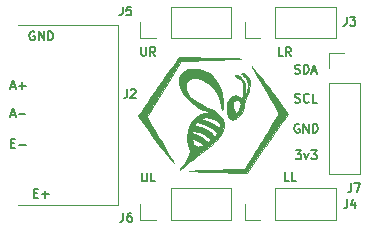
<source format=gto>
G04 #@! TF.GenerationSoftware,KiCad,Pcbnew,5.1.5+dfsg1-2build2*
G04 #@! TF.CreationDate,2023-02-08T22:02:59+01:00*
G04 #@! TF.ProjectId,EcoApi_loadCellCombinator,45636f41-7069-45f6-9c6f-616443656c6c,rev?*
G04 #@! TF.SameCoordinates,Original*
G04 #@! TF.FileFunction,Legend,Top*
G04 #@! TF.FilePolarity,Positive*
%FSLAX46Y46*%
G04 Gerber Fmt 4.6, Leading zero omitted, Abs format (unit mm)*
G04 Created by KiCad (PCBNEW 5.1.5+dfsg1-2build2) date 2023-02-08 22:02:59*
%MOMM*%
%LPD*%
G04 APERTURE LIST*
%ADD10C,0.150000*%
%ADD11C,0.010000*%
%ADD12C,0.100000*%
%ADD13C,0.120000*%
%ADD14C,0.187500*%
%ADD15C,3.452000*%
%ADD16C,1.405000*%
%ADD17C,1.752000*%
%ADD18R,1.752000X1.752000*%
%ADD19O,1.802000X1.802000*%
%ADD20R,1.802000X1.802000*%
G04 APERTURE END LIST*
D10*
X166708571Y-89465000D02*
X166637142Y-89429285D01*
X166530000Y-89429285D01*
X166422857Y-89465000D01*
X166351428Y-89536428D01*
X166315714Y-89607857D01*
X166280000Y-89750714D01*
X166280000Y-89857857D01*
X166315714Y-90000714D01*
X166351428Y-90072142D01*
X166422857Y-90143571D01*
X166530000Y-90179285D01*
X166601428Y-90179285D01*
X166708571Y-90143571D01*
X166744285Y-90107857D01*
X166744285Y-89857857D01*
X166601428Y-89857857D01*
X167065714Y-90179285D02*
X167065714Y-89429285D01*
X167494285Y-90179285D01*
X167494285Y-89429285D01*
X167851428Y-90179285D02*
X167851428Y-89429285D01*
X168030000Y-89429285D01*
X168137142Y-89465000D01*
X168208571Y-89536428D01*
X168244285Y-89607857D01*
X168280000Y-89750714D01*
X168280000Y-89857857D01*
X168244285Y-90000714D01*
X168208571Y-90072142D01*
X168137142Y-90143571D01*
X168030000Y-90179285D01*
X167851428Y-90179285D01*
X164727142Y-94105000D02*
X165084285Y-94105000D01*
X164655714Y-94319285D02*
X164905714Y-93569285D01*
X165155714Y-94319285D01*
X165405714Y-94033571D02*
X165977142Y-94033571D01*
X165691428Y-94319285D02*
X165691428Y-93747857D01*
X164687142Y-96485000D02*
X165044285Y-96485000D01*
X164615714Y-96699285D02*
X164865714Y-95949285D01*
X165115714Y-96699285D01*
X165365714Y-96413571D02*
X165937142Y-96413571D01*
X164705000Y-98906428D02*
X164955000Y-98906428D01*
X165062142Y-99299285D02*
X164705000Y-99299285D01*
X164705000Y-98549285D01*
X165062142Y-98549285D01*
X165383571Y-99013571D02*
X165955000Y-99013571D01*
X166665000Y-103106428D02*
X166915000Y-103106428D01*
X167022142Y-103499285D02*
X166665000Y-103499285D01*
X166665000Y-102749285D01*
X167022142Y-102749285D01*
X167343571Y-103213571D02*
X167915000Y-103213571D01*
X167629285Y-103499285D02*
X167629285Y-102927857D01*
X188759285Y-92973571D02*
X188866428Y-93009285D01*
X189045000Y-93009285D01*
X189116428Y-92973571D01*
X189152142Y-92937857D01*
X189187857Y-92866428D01*
X189187857Y-92795000D01*
X189152142Y-92723571D01*
X189116428Y-92687857D01*
X189045000Y-92652142D01*
X188902142Y-92616428D01*
X188830714Y-92580714D01*
X188795000Y-92545000D01*
X188759285Y-92473571D01*
X188759285Y-92402142D01*
X188795000Y-92330714D01*
X188830714Y-92295000D01*
X188902142Y-92259285D01*
X189080714Y-92259285D01*
X189187857Y-92295000D01*
X189509285Y-93009285D02*
X189509285Y-92259285D01*
X189687857Y-92259285D01*
X189795000Y-92295000D01*
X189866428Y-92366428D01*
X189902142Y-92437857D01*
X189937857Y-92580714D01*
X189937857Y-92687857D01*
X189902142Y-92830714D01*
X189866428Y-92902142D01*
X189795000Y-92973571D01*
X189687857Y-93009285D01*
X189509285Y-93009285D01*
X190223571Y-92795000D02*
X190580714Y-92795000D01*
X190152142Y-93009285D02*
X190402142Y-92259285D01*
X190652142Y-93009285D01*
X188777142Y-95413571D02*
X188884285Y-95449285D01*
X189062857Y-95449285D01*
X189134285Y-95413571D01*
X189170000Y-95377857D01*
X189205714Y-95306428D01*
X189205714Y-95235000D01*
X189170000Y-95163571D01*
X189134285Y-95127857D01*
X189062857Y-95092142D01*
X188920000Y-95056428D01*
X188848571Y-95020714D01*
X188812857Y-94985000D01*
X188777142Y-94913571D01*
X188777142Y-94842142D01*
X188812857Y-94770714D01*
X188848571Y-94735000D01*
X188920000Y-94699285D01*
X189098571Y-94699285D01*
X189205714Y-94735000D01*
X189955714Y-95377857D02*
X189920000Y-95413571D01*
X189812857Y-95449285D01*
X189741428Y-95449285D01*
X189634285Y-95413571D01*
X189562857Y-95342142D01*
X189527142Y-95270714D01*
X189491428Y-95127857D01*
X189491428Y-95020714D01*
X189527142Y-94877857D01*
X189562857Y-94806428D01*
X189634285Y-94735000D01*
X189741428Y-94699285D01*
X189812857Y-94699285D01*
X189920000Y-94735000D01*
X189955714Y-94770714D01*
X190634285Y-95449285D02*
X190277142Y-95449285D01*
X190277142Y-94699285D01*
X189128571Y-97285000D02*
X189057142Y-97249285D01*
X188950000Y-97249285D01*
X188842857Y-97285000D01*
X188771428Y-97356428D01*
X188735714Y-97427857D01*
X188700000Y-97570714D01*
X188700000Y-97677857D01*
X188735714Y-97820714D01*
X188771428Y-97892142D01*
X188842857Y-97963571D01*
X188950000Y-97999285D01*
X189021428Y-97999285D01*
X189128571Y-97963571D01*
X189164285Y-97927857D01*
X189164285Y-97677857D01*
X189021428Y-97677857D01*
X189485714Y-97999285D02*
X189485714Y-97249285D01*
X189914285Y-97999285D01*
X189914285Y-97249285D01*
X190271428Y-97999285D02*
X190271428Y-97249285D01*
X190450000Y-97249285D01*
X190557142Y-97285000D01*
X190628571Y-97356428D01*
X190664285Y-97427857D01*
X190700000Y-97570714D01*
X190700000Y-97677857D01*
X190664285Y-97820714D01*
X190628571Y-97892142D01*
X190557142Y-97963571D01*
X190450000Y-97999285D01*
X190271428Y-97999285D01*
X188847142Y-99499285D02*
X189311428Y-99499285D01*
X189061428Y-99785000D01*
X189168571Y-99785000D01*
X189240000Y-99820714D01*
X189275714Y-99856428D01*
X189311428Y-99927857D01*
X189311428Y-100106428D01*
X189275714Y-100177857D01*
X189240000Y-100213571D01*
X189168571Y-100249285D01*
X188954285Y-100249285D01*
X188882857Y-100213571D01*
X188847142Y-100177857D01*
X189561428Y-99749285D02*
X189740000Y-100249285D01*
X189918571Y-99749285D01*
X190132857Y-99499285D02*
X190597142Y-99499285D01*
X190347142Y-99785000D01*
X190454285Y-99785000D01*
X190525714Y-99820714D01*
X190561428Y-99856428D01*
X190597142Y-99927857D01*
X190597142Y-100106428D01*
X190561428Y-100177857D01*
X190525714Y-100213571D01*
X190454285Y-100249285D01*
X190240000Y-100249285D01*
X190168571Y-100213571D01*
X190132857Y-100177857D01*
X188268571Y-102069285D02*
X187911428Y-102069285D01*
X187911428Y-101319285D01*
X188875714Y-102069285D02*
X188518571Y-102069285D01*
X188518571Y-101319285D01*
X175812142Y-101379285D02*
X175812142Y-101986428D01*
X175847857Y-102057857D01*
X175883571Y-102093571D01*
X175955000Y-102129285D01*
X176097857Y-102129285D01*
X176169285Y-102093571D01*
X176205000Y-102057857D01*
X176240714Y-101986428D01*
X176240714Y-101379285D01*
X176955000Y-102129285D02*
X176597857Y-102129285D01*
X176597857Y-101379285D01*
X187757142Y-91509285D02*
X187400000Y-91509285D01*
X187400000Y-90759285D01*
X188435714Y-91509285D02*
X188185714Y-91152142D01*
X188007142Y-91509285D02*
X188007142Y-90759285D01*
X188292857Y-90759285D01*
X188364285Y-90795000D01*
X188400000Y-90830714D01*
X188435714Y-90902142D01*
X188435714Y-91009285D01*
X188400000Y-91080714D01*
X188364285Y-91116428D01*
X188292857Y-91152142D01*
X188007142Y-91152142D01*
X175740714Y-90749285D02*
X175740714Y-91356428D01*
X175776428Y-91427857D01*
X175812142Y-91463571D01*
X175883571Y-91499285D01*
X176026428Y-91499285D01*
X176097857Y-91463571D01*
X176133571Y-91427857D01*
X176169285Y-91356428D01*
X176169285Y-90749285D01*
X176955000Y-91499285D02*
X176705000Y-91142142D01*
X176526428Y-91499285D02*
X176526428Y-90749285D01*
X176812142Y-90749285D01*
X176883571Y-90785000D01*
X176919285Y-90820714D01*
X176955000Y-90892142D01*
X176955000Y-90999285D01*
X176919285Y-91070714D01*
X176883571Y-91106428D01*
X176812142Y-91142142D01*
X176526428Y-91142142D01*
D11*
G36*
X184359818Y-92958781D02*
G01*
X184567462Y-93041332D01*
X184735634Y-93193242D01*
X184858422Y-93406134D01*
X184929916Y-93671634D01*
X184942359Y-93783947D01*
X184943858Y-94003376D01*
X184914192Y-94231966D01*
X184849401Y-94485973D01*
X184745521Y-94781656D01*
X184631621Y-95059112D01*
X184535760Y-95294917D01*
X184474248Y-95481738D01*
X184440038Y-95644445D01*
X184427259Y-95780452D01*
X184371842Y-96097731D01*
X184242704Y-96379438D01*
X184045833Y-96616332D01*
X183787216Y-96799172D01*
X183757135Y-96814653D01*
X183615256Y-96882715D01*
X183520984Y-96913639D01*
X183446641Y-96909021D01*
X183364546Y-96870456D01*
X183313976Y-96840181D01*
X183201853Y-96727170D01*
X183113048Y-96550447D01*
X183049468Y-96328214D01*
X183013019Y-96078672D01*
X183005605Y-95820022D01*
X183021963Y-95646513D01*
X183514343Y-95646513D01*
X183532698Y-95893163D01*
X183582201Y-96092837D01*
X183658574Y-96230371D01*
X183686657Y-96257710D01*
X183764076Y-96306863D01*
X183829178Y-96297478D01*
X183867964Y-96274177D01*
X183937673Y-96202891D01*
X184017163Y-96086362D01*
X184057365Y-96013042D01*
X184133716Y-95811013D01*
X184164124Y-95616075D01*
X184148314Y-95448003D01*
X184086011Y-95326573D01*
X184067147Y-95308973D01*
X183928621Y-95239140D01*
X183785135Y-95252401D01*
X183643581Y-95339597D01*
X183560175Y-95423510D01*
X183522585Y-95513166D01*
X183514343Y-95646513D01*
X183021963Y-95646513D01*
X183029133Y-95570467D01*
X183085507Y-95348207D01*
X183144407Y-95220529D01*
X183153849Y-95208834D01*
X184402333Y-95208834D01*
X184423500Y-95230000D01*
X184444666Y-95208834D01*
X184423500Y-95187667D01*
X184402333Y-95208834D01*
X183153849Y-95208834D01*
X183270656Y-95064165D01*
X183436344Y-94939207D01*
X183613969Y-94863453D01*
X183718558Y-94849000D01*
X183879890Y-94880442D01*
X184051767Y-94962442D01*
X184195735Y-95076506D01*
X184199077Y-95080076D01*
X184304288Y-95193541D01*
X184353310Y-94896699D01*
X184400779Y-94497995D01*
X184399242Y-94163845D01*
X184347220Y-93888736D01*
X184243235Y-93667153D01*
X184085809Y-93493582D01*
X183952817Y-93403157D01*
X183800976Y-93312433D01*
X183716931Y-93246582D01*
X183691427Y-93195386D01*
X183715208Y-93148626D01*
X183718863Y-93144870D01*
X183796775Y-93121426D01*
X183916179Y-93144545D01*
X184054228Y-93205757D01*
X184188074Y-93296589D01*
X184230473Y-93334562D01*
X184404174Y-93561974D01*
X184513435Y-93843318D01*
X184557993Y-94177298D01*
X184537583Y-94562618D01*
X184513079Y-94720345D01*
X184485542Y-94883562D01*
X184467574Y-95011622D01*
X184461837Y-95084478D01*
X184463521Y-95093633D01*
X184489237Y-95071776D01*
X184530151Y-94985684D01*
X184580493Y-94853147D01*
X184634493Y-94691958D01*
X184686379Y-94519911D01*
X184730380Y-94354797D01*
X184760726Y-94214409D01*
X184770066Y-94148513D01*
X184772493Y-93859174D01*
X184715365Y-93615797D01*
X184591151Y-93401339D01*
X184392323Y-93198757D01*
X184326927Y-93145498D01*
X184257344Y-93068079D01*
X184233000Y-93002623D01*
X184251302Y-92956476D01*
X184320040Y-92951897D01*
X184359818Y-92958781D01*
G37*
X184359818Y-92958781D02*
X184567462Y-93041332D01*
X184735634Y-93193242D01*
X184858422Y-93406134D01*
X184929916Y-93671634D01*
X184942359Y-93783947D01*
X184943858Y-94003376D01*
X184914192Y-94231966D01*
X184849401Y-94485973D01*
X184745521Y-94781656D01*
X184631621Y-95059112D01*
X184535760Y-95294917D01*
X184474248Y-95481738D01*
X184440038Y-95644445D01*
X184427259Y-95780452D01*
X184371842Y-96097731D01*
X184242704Y-96379438D01*
X184045833Y-96616332D01*
X183787216Y-96799172D01*
X183757135Y-96814653D01*
X183615256Y-96882715D01*
X183520984Y-96913639D01*
X183446641Y-96909021D01*
X183364546Y-96870456D01*
X183313976Y-96840181D01*
X183201853Y-96727170D01*
X183113048Y-96550447D01*
X183049468Y-96328214D01*
X183013019Y-96078672D01*
X183005605Y-95820022D01*
X183021963Y-95646513D01*
X183514343Y-95646513D01*
X183532698Y-95893163D01*
X183582201Y-96092837D01*
X183658574Y-96230371D01*
X183686657Y-96257710D01*
X183764076Y-96306863D01*
X183829178Y-96297478D01*
X183867964Y-96274177D01*
X183937673Y-96202891D01*
X184017163Y-96086362D01*
X184057365Y-96013042D01*
X184133716Y-95811013D01*
X184164124Y-95616075D01*
X184148314Y-95448003D01*
X184086011Y-95326573D01*
X184067147Y-95308973D01*
X183928621Y-95239140D01*
X183785135Y-95252401D01*
X183643581Y-95339597D01*
X183560175Y-95423510D01*
X183522585Y-95513166D01*
X183514343Y-95646513D01*
X183021963Y-95646513D01*
X183029133Y-95570467D01*
X183085507Y-95348207D01*
X183144407Y-95220529D01*
X183153849Y-95208834D01*
X184402333Y-95208834D01*
X184423500Y-95230000D01*
X184444666Y-95208834D01*
X184423500Y-95187667D01*
X184402333Y-95208834D01*
X183153849Y-95208834D01*
X183270656Y-95064165D01*
X183436344Y-94939207D01*
X183613969Y-94863453D01*
X183718558Y-94849000D01*
X183879890Y-94880442D01*
X184051767Y-94962442D01*
X184195735Y-95076506D01*
X184199077Y-95080076D01*
X184304288Y-95193541D01*
X184353310Y-94896699D01*
X184400779Y-94497995D01*
X184399242Y-94163845D01*
X184347220Y-93888736D01*
X184243235Y-93667153D01*
X184085809Y-93493582D01*
X183952817Y-93403157D01*
X183800976Y-93312433D01*
X183716931Y-93246582D01*
X183691427Y-93195386D01*
X183715208Y-93148626D01*
X183718863Y-93144870D01*
X183796775Y-93121426D01*
X183916179Y-93144545D01*
X184054228Y-93205757D01*
X184188074Y-93296589D01*
X184230473Y-93334562D01*
X184404174Y-93561974D01*
X184513435Y-93843318D01*
X184557993Y-94177298D01*
X184537583Y-94562618D01*
X184513079Y-94720345D01*
X184485542Y-94883562D01*
X184467574Y-95011622D01*
X184461837Y-95084478D01*
X184463521Y-95093633D01*
X184489237Y-95071776D01*
X184530151Y-94985684D01*
X184580493Y-94853147D01*
X184634493Y-94691958D01*
X184686379Y-94519911D01*
X184730380Y-94354797D01*
X184760726Y-94214409D01*
X184770066Y-94148513D01*
X184772493Y-93859174D01*
X184715365Y-93615797D01*
X184591151Y-93401339D01*
X184392323Y-93198757D01*
X184326927Y-93145498D01*
X184257344Y-93068079D01*
X184233000Y-93002623D01*
X184251302Y-92956476D01*
X184320040Y-92951897D01*
X184359818Y-92958781D01*
G36*
X179541254Y-91604577D02*
G01*
X179802286Y-91609015D01*
X180125288Y-91616371D01*
X180516629Y-91626676D01*
X180982679Y-91639960D01*
X181275862Y-91648627D01*
X181720579Y-91661716D01*
X182148668Y-91673970D01*
X182550986Y-91685150D01*
X182918390Y-91695019D01*
X183241736Y-91703337D01*
X183511882Y-91709866D01*
X183719684Y-91714368D01*
X183856001Y-91716605D01*
X183890805Y-91716810D01*
X184037604Y-91719493D01*
X184140824Y-91727026D01*
X184181720Y-91737895D01*
X184180883Y-91740227D01*
X184134806Y-91746764D01*
X184013017Y-91755586D01*
X183824429Y-91766268D01*
X183577954Y-91778384D01*
X183282505Y-91791509D01*
X182946992Y-91805216D01*
X182580329Y-91819079D01*
X182385245Y-91826036D01*
X181969491Y-91840672D01*
X181549164Y-91855666D01*
X181138758Y-91870488D01*
X180752764Y-91884607D01*
X180405677Y-91897492D01*
X180111989Y-91908612D01*
X179886193Y-91917438D01*
X179858381Y-91918559D01*
X179103262Y-91949167D01*
X177667631Y-94295786D01*
X177420002Y-94700988D01*
X177185891Y-95084920D01*
X176968980Y-95441490D01*
X176772948Y-95764608D01*
X176601476Y-96048184D01*
X176458244Y-96286127D01*
X176346932Y-96472346D01*
X176271221Y-96600752D01*
X176234790Y-96665253D01*
X176232000Y-96671640D01*
X176252902Y-96710896D01*
X176312392Y-96814704D01*
X176405647Y-96974926D01*
X176527841Y-97183424D01*
X176674150Y-97432060D01*
X176839750Y-97712698D01*
X177019817Y-98017198D01*
X177209525Y-98337424D01*
X177404050Y-98665238D01*
X177598569Y-98992501D01*
X177788257Y-99311076D01*
X177968289Y-99612826D01*
X178133841Y-99889612D01*
X178280088Y-100133297D01*
X178402206Y-100335743D01*
X178483084Y-100468750D01*
X178532658Y-100556250D01*
X178551797Y-100603587D01*
X178550064Y-100606334D01*
X178518718Y-100575582D01*
X178441408Y-100489854D01*
X178326700Y-100358942D01*
X178183162Y-100192634D01*
X178019361Y-100000724D01*
X177994424Y-99971337D01*
X177842892Y-99787618D01*
X177651658Y-99547816D01*
X177430453Y-99264582D01*
X177189012Y-98950569D01*
X176937068Y-98618427D01*
X176684355Y-98280808D01*
X176460113Y-97977012D01*
X175464269Y-96617683D01*
X175631024Y-96378925D01*
X175684301Y-96302222D01*
X175781016Y-96162532D01*
X175916535Y-95966563D01*
X176086223Y-95721023D01*
X176285448Y-95432620D01*
X176509574Y-95108063D01*
X176753968Y-94754061D01*
X177013997Y-94377322D01*
X177285025Y-93984555D01*
X177331175Y-93917667D01*
X177599511Y-93529083D01*
X177854618Y-93160321D01*
X178092279Y-92817431D01*
X178308279Y-92506464D01*
X178498401Y-92233472D01*
X178658430Y-92004506D01*
X178784149Y-91825618D01*
X178871343Y-91702859D01*
X178915796Y-91642279D01*
X178919730Y-91637567D01*
X178942704Y-91625121D01*
X178989430Y-91615414D01*
X179066279Y-91608476D01*
X179179620Y-91604338D01*
X179335821Y-91603028D01*
X179541254Y-91604577D01*
G37*
X179541254Y-91604577D02*
X179802286Y-91609015D01*
X180125288Y-91616371D01*
X180516629Y-91626676D01*
X180982679Y-91639960D01*
X181275862Y-91648627D01*
X181720579Y-91661716D01*
X182148668Y-91673970D01*
X182550986Y-91685150D01*
X182918390Y-91695019D01*
X183241736Y-91703337D01*
X183511882Y-91709866D01*
X183719684Y-91714368D01*
X183856001Y-91716605D01*
X183890805Y-91716810D01*
X184037604Y-91719493D01*
X184140824Y-91727026D01*
X184181720Y-91737895D01*
X184180883Y-91740227D01*
X184134806Y-91746764D01*
X184013017Y-91755586D01*
X183824429Y-91766268D01*
X183577954Y-91778384D01*
X183282505Y-91791509D01*
X182946992Y-91805216D01*
X182580329Y-91819079D01*
X182385245Y-91826036D01*
X181969491Y-91840672D01*
X181549164Y-91855666D01*
X181138758Y-91870488D01*
X180752764Y-91884607D01*
X180405677Y-91897492D01*
X180111989Y-91908612D01*
X179886193Y-91917438D01*
X179858381Y-91918559D01*
X179103262Y-91949167D01*
X177667631Y-94295786D01*
X177420002Y-94700988D01*
X177185891Y-95084920D01*
X176968980Y-95441490D01*
X176772948Y-95764608D01*
X176601476Y-96048184D01*
X176458244Y-96286127D01*
X176346932Y-96472346D01*
X176271221Y-96600752D01*
X176234790Y-96665253D01*
X176232000Y-96671640D01*
X176252902Y-96710896D01*
X176312392Y-96814704D01*
X176405647Y-96974926D01*
X176527841Y-97183424D01*
X176674150Y-97432060D01*
X176839750Y-97712698D01*
X177019817Y-98017198D01*
X177209525Y-98337424D01*
X177404050Y-98665238D01*
X177598569Y-98992501D01*
X177788257Y-99311076D01*
X177968289Y-99612826D01*
X178133841Y-99889612D01*
X178280088Y-100133297D01*
X178402206Y-100335743D01*
X178483084Y-100468750D01*
X178532658Y-100556250D01*
X178551797Y-100603587D01*
X178550064Y-100606334D01*
X178518718Y-100575582D01*
X178441408Y-100489854D01*
X178326700Y-100358942D01*
X178183162Y-100192634D01*
X178019361Y-100000724D01*
X177994424Y-99971337D01*
X177842892Y-99787618D01*
X177651658Y-99547816D01*
X177430453Y-99264582D01*
X177189012Y-98950569D01*
X176937068Y-98618427D01*
X176684355Y-98280808D01*
X176460113Y-97977012D01*
X175464269Y-96617683D01*
X175631024Y-96378925D01*
X175684301Y-96302222D01*
X175781016Y-96162532D01*
X175916535Y-95966563D01*
X176086223Y-95721023D01*
X176285448Y-95432620D01*
X176509574Y-95108063D01*
X176753968Y-94754061D01*
X177013997Y-94377322D01*
X177285025Y-93984555D01*
X177331175Y-93917667D01*
X177599511Y-93529083D01*
X177854618Y-93160321D01*
X178092279Y-92817431D01*
X178308279Y-92506464D01*
X178498401Y-92233472D01*
X178658430Y-92004506D01*
X178784149Y-91825618D01*
X178871343Y-91702859D01*
X178915796Y-91642279D01*
X178919730Y-91637567D01*
X178942704Y-91625121D01*
X178989430Y-91615414D01*
X179066279Y-91608476D01*
X179179620Y-91604338D01*
X179335821Y-91603028D01*
X179541254Y-91604577D01*
G36*
X180517548Y-92584418D02*
G01*
X180913664Y-92673328D01*
X181287148Y-92836779D01*
X181631655Y-93070000D01*
X181940841Y-93368222D01*
X182208362Y-93726673D01*
X182427872Y-94140585D01*
X182528028Y-94396458D01*
X182584527Y-94613405D01*
X182628298Y-94885989D01*
X182657110Y-95185832D01*
X182668728Y-95484555D01*
X182660922Y-95753781D01*
X182645652Y-95891496D01*
X182613449Y-96097834D01*
X182514041Y-95707834D01*
X182417659Y-95351154D01*
X182326525Y-95062515D01*
X182234841Y-94826019D01*
X182136809Y-94625763D01*
X182089941Y-94544657D01*
X181903124Y-94291746D01*
X181656510Y-94039368D01*
X181372706Y-93807500D01*
X181074317Y-93616123D01*
X180988370Y-93571093D01*
X180807491Y-93485150D01*
X180669931Y-93432678D01*
X180545268Y-93405547D01*
X180403080Y-93395628D01*
X180327942Y-93394626D01*
X180082871Y-93408184D01*
X179912131Y-93451959D01*
X179888292Y-93463430D01*
X179691369Y-93610009D01*
X179562524Y-93799201D01*
X179503199Y-94021387D01*
X179514839Y-94266947D01*
X179598886Y-94526262D01*
X179701252Y-94710325D01*
X179825367Y-94879730D01*
X179971318Y-95037059D01*
X180148766Y-95189108D01*
X180367372Y-95342668D01*
X180636796Y-95504534D01*
X180966699Y-95681498D01*
X181361631Y-95877881D01*
X181617060Y-96003473D01*
X181812034Y-96105413D01*
X181963457Y-96194457D01*
X182088235Y-96281360D01*
X182203271Y-96376879D01*
X182323668Y-96490015D01*
X182462503Y-96635423D01*
X182583839Y-96780743D01*
X182669342Y-96903227D01*
X182692348Y-96947410D01*
X182756240Y-97207362D01*
X182742698Y-97497020D01*
X182652369Y-97813352D01*
X182485901Y-98153327D01*
X182407696Y-98280555D01*
X182278134Y-98464428D01*
X182127603Y-98643457D01*
X181945959Y-98827153D01*
X181723062Y-99025025D01*
X181448770Y-99246583D01*
X181112940Y-99501339D01*
X181079166Y-99526357D01*
X180808050Y-99729925D01*
X180501083Y-99965421D01*
X180187239Y-100210314D01*
X179895493Y-100442071D01*
X179745666Y-100563355D01*
X179542008Y-100729136D01*
X179358415Y-100877427D01*
X179205804Y-100999502D01*
X179095095Y-101086634D01*
X179037207Y-101130099D01*
X179033676Y-101132359D01*
X179029790Y-101118207D01*
X179069857Y-101051033D01*
X179145540Y-100944405D01*
X179165727Y-100917545D01*
X179438610Y-100535397D01*
X179642325Y-100199307D01*
X179777643Y-99907616D01*
X179845333Y-99658661D01*
X179846167Y-99450781D01*
X179846035Y-99450017D01*
X179820380Y-99338720D01*
X179776973Y-99183599D01*
X179732207Y-99040000D01*
X179649593Y-98665025D01*
X179646127Y-98559145D01*
X180049413Y-98559145D01*
X180054533Y-98659683D01*
X180095167Y-98795880D01*
X180158612Y-98933796D01*
X180227130Y-99034046D01*
X180368685Y-99146943D01*
X180534254Y-99190673D01*
X180735431Y-99166791D01*
X180876697Y-99121170D01*
X180949248Y-99085113D01*
X180951661Y-99039072D01*
X180920686Y-98987490D01*
X180834173Y-98890827D01*
X180708545Y-98791444D01*
X180560181Y-98697393D01*
X180405456Y-98616727D01*
X180260749Y-98557496D01*
X180142435Y-98527752D01*
X180066892Y-98535545D01*
X180049413Y-98559145D01*
X179646127Y-98559145D01*
X179636796Y-98274167D01*
X179679917Y-97956779D01*
X180042000Y-97956779D01*
X180055175Y-98025335D01*
X180109802Y-98064103D01*
X180213975Y-98087947D01*
X180424500Y-98148957D01*
X180661682Y-98257951D01*
X180896699Y-98398955D01*
X181100731Y-98555995D01*
X181159948Y-98612259D01*
X181367731Y-98823677D01*
X181485689Y-98730755D01*
X181565032Y-98659315D01*
X181604972Y-98605941D01*
X181605991Y-98601210D01*
X181576183Y-98547002D01*
X181494584Y-98460850D01*
X181379244Y-98358667D01*
X181248215Y-98256366D01*
X181119548Y-98169859D01*
X181110633Y-98164532D01*
X180928632Y-98071300D01*
X180716667Y-97984552D01*
X180502211Y-97913616D01*
X180312733Y-97867822D01*
X180200750Y-97855560D01*
X180095905Y-97861805D01*
X180051061Y-97892431D01*
X180042000Y-97956779D01*
X179679917Y-97956779D01*
X179689879Y-97883456D01*
X179804906Y-97508924D01*
X179876224Y-97367834D01*
X180211200Y-97367834D01*
X180348850Y-97401770D01*
X180786533Y-97528702D01*
X181152253Y-97677784D01*
X181457060Y-97854504D01*
X181712002Y-98064353D01*
X181741347Y-98093628D01*
X181840605Y-98190826D01*
X181916218Y-98257630D01*
X181947852Y-98278000D01*
X181987255Y-98247310D01*
X182051787Y-98171595D01*
X182066038Y-98152714D01*
X182127264Y-98059423D01*
X182157867Y-97992262D01*
X182158666Y-97985707D01*
X182124875Y-97929831D01*
X182034521Y-97843563D01*
X181904137Y-97739242D01*
X181750252Y-97629207D01*
X181589399Y-97525794D01*
X181438109Y-97441343D01*
X181412471Y-97428774D01*
X181233685Y-97353991D01*
X181015349Y-97277617D01*
X180800927Y-97214694D01*
X180774612Y-97208040D01*
X180411361Y-97118364D01*
X180311281Y-97243099D01*
X180211200Y-97367834D01*
X179876224Y-97367834D01*
X179977944Y-97166603D01*
X180205055Y-96872523D01*
X180273200Y-96805828D01*
X180825166Y-96805828D01*
X181100333Y-96899925D01*
X181549047Y-97086011D01*
X181970466Y-97323525D01*
X182116333Y-97423812D01*
X182237172Y-97504564D01*
X182332052Y-97554562D01*
X182380827Y-97563232D01*
X182381239Y-97562869D01*
X182404581Y-97503954D01*
X182421514Y-97397221D01*
X182423572Y-97370985D01*
X182424039Y-97280986D01*
X182401438Y-97214738D01*
X182340610Y-97150219D01*
X182226395Y-97065410D01*
X182201000Y-97047683D01*
X182040768Y-96952369D01*
X181840861Y-96855759D01*
X181643465Y-96778165D01*
X181636033Y-96775683D01*
X181470440Y-96722336D01*
X181356922Y-96694135D01*
X181267346Y-96689114D01*
X181173577Y-96705307D01*
X181064533Y-96735754D01*
X180825166Y-96805828D01*
X180273200Y-96805828D01*
X180283022Y-96796215D01*
X180532255Y-96602623D01*
X180807905Y-96446165D01*
X181084042Y-96339879D01*
X181265782Y-96302069D01*
X181493983Y-96275042D01*
X181291567Y-96195532D01*
X180767778Y-95958401D01*
X180304321Y-95679083D01*
X179882406Y-95345525D01*
X179703333Y-95176739D01*
X179398244Y-94835078D01*
X179169115Y-94491149D01*
X179018272Y-94149452D01*
X178948041Y-93814485D01*
X178942951Y-93706000D01*
X178962033Y-93435230D01*
X179027812Y-93215960D01*
X179148589Y-93024230D01*
X179199518Y-92965530D01*
X179434149Y-92773123D01*
X179724991Y-92643736D01*
X180071407Y-92577642D01*
X180105146Y-92574819D01*
X180517548Y-92584418D01*
G37*
X180517548Y-92584418D02*
X180913664Y-92673328D01*
X181287148Y-92836779D01*
X181631655Y-93070000D01*
X181940841Y-93368222D01*
X182208362Y-93726673D01*
X182427872Y-94140585D01*
X182528028Y-94396458D01*
X182584527Y-94613405D01*
X182628298Y-94885989D01*
X182657110Y-95185832D01*
X182668728Y-95484555D01*
X182660922Y-95753781D01*
X182645652Y-95891496D01*
X182613449Y-96097834D01*
X182514041Y-95707834D01*
X182417659Y-95351154D01*
X182326525Y-95062515D01*
X182234841Y-94826019D01*
X182136809Y-94625763D01*
X182089941Y-94544657D01*
X181903124Y-94291746D01*
X181656510Y-94039368D01*
X181372706Y-93807500D01*
X181074317Y-93616123D01*
X180988370Y-93571093D01*
X180807491Y-93485150D01*
X180669931Y-93432678D01*
X180545268Y-93405547D01*
X180403080Y-93395628D01*
X180327942Y-93394626D01*
X180082871Y-93408184D01*
X179912131Y-93451959D01*
X179888292Y-93463430D01*
X179691369Y-93610009D01*
X179562524Y-93799201D01*
X179503199Y-94021387D01*
X179514839Y-94266947D01*
X179598886Y-94526262D01*
X179701252Y-94710325D01*
X179825367Y-94879730D01*
X179971318Y-95037059D01*
X180148766Y-95189108D01*
X180367372Y-95342668D01*
X180636796Y-95504534D01*
X180966699Y-95681498D01*
X181361631Y-95877881D01*
X181617060Y-96003473D01*
X181812034Y-96105413D01*
X181963457Y-96194457D01*
X182088235Y-96281360D01*
X182203271Y-96376879D01*
X182323668Y-96490015D01*
X182462503Y-96635423D01*
X182583839Y-96780743D01*
X182669342Y-96903227D01*
X182692348Y-96947410D01*
X182756240Y-97207362D01*
X182742698Y-97497020D01*
X182652369Y-97813352D01*
X182485901Y-98153327D01*
X182407696Y-98280555D01*
X182278134Y-98464428D01*
X182127603Y-98643457D01*
X181945959Y-98827153D01*
X181723062Y-99025025D01*
X181448770Y-99246583D01*
X181112940Y-99501339D01*
X181079166Y-99526357D01*
X180808050Y-99729925D01*
X180501083Y-99965421D01*
X180187239Y-100210314D01*
X179895493Y-100442071D01*
X179745666Y-100563355D01*
X179542008Y-100729136D01*
X179358415Y-100877427D01*
X179205804Y-100999502D01*
X179095095Y-101086634D01*
X179037207Y-101130099D01*
X179033676Y-101132359D01*
X179029790Y-101118207D01*
X179069857Y-101051033D01*
X179145540Y-100944405D01*
X179165727Y-100917545D01*
X179438610Y-100535397D01*
X179642325Y-100199307D01*
X179777643Y-99907616D01*
X179845333Y-99658661D01*
X179846167Y-99450781D01*
X179846035Y-99450017D01*
X179820380Y-99338720D01*
X179776973Y-99183599D01*
X179732207Y-99040000D01*
X179649593Y-98665025D01*
X179646127Y-98559145D01*
X180049413Y-98559145D01*
X180054533Y-98659683D01*
X180095167Y-98795880D01*
X180158612Y-98933796D01*
X180227130Y-99034046D01*
X180368685Y-99146943D01*
X180534254Y-99190673D01*
X180735431Y-99166791D01*
X180876697Y-99121170D01*
X180949248Y-99085113D01*
X180951661Y-99039072D01*
X180920686Y-98987490D01*
X180834173Y-98890827D01*
X180708545Y-98791444D01*
X180560181Y-98697393D01*
X180405456Y-98616727D01*
X180260749Y-98557496D01*
X180142435Y-98527752D01*
X180066892Y-98535545D01*
X180049413Y-98559145D01*
X179646127Y-98559145D01*
X179636796Y-98274167D01*
X179679917Y-97956779D01*
X180042000Y-97956779D01*
X180055175Y-98025335D01*
X180109802Y-98064103D01*
X180213975Y-98087947D01*
X180424500Y-98148957D01*
X180661682Y-98257951D01*
X180896699Y-98398955D01*
X181100731Y-98555995D01*
X181159948Y-98612259D01*
X181367731Y-98823677D01*
X181485689Y-98730755D01*
X181565032Y-98659315D01*
X181604972Y-98605941D01*
X181605991Y-98601210D01*
X181576183Y-98547002D01*
X181494584Y-98460850D01*
X181379244Y-98358667D01*
X181248215Y-98256366D01*
X181119548Y-98169859D01*
X181110633Y-98164532D01*
X180928632Y-98071300D01*
X180716667Y-97984552D01*
X180502211Y-97913616D01*
X180312733Y-97867822D01*
X180200750Y-97855560D01*
X180095905Y-97861805D01*
X180051061Y-97892431D01*
X180042000Y-97956779D01*
X179679917Y-97956779D01*
X179689879Y-97883456D01*
X179804906Y-97508924D01*
X179876224Y-97367834D01*
X180211200Y-97367834D01*
X180348850Y-97401770D01*
X180786533Y-97528702D01*
X181152253Y-97677784D01*
X181457060Y-97854504D01*
X181712002Y-98064353D01*
X181741347Y-98093628D01*
X181840605Y-98190826D01*
X181916218Y-98257630D01*
X181947852Y-98278000D01*
X181987255Y-98247310D01*
X182051787Y-98171595D01*
X182066038Y-98152714D01*
X182127264Y-98059423D01*
X182157867Y-97992262D01*
X182158666Y-97985707D01*
X182124875Y-97929831D01*
X182034521Y-97843563D01*
X181904137Y-97739242D01*
X181750252Y-97629207D01*
X181589399Y-97525794D01*
X181438109Y-97441343D01*
X181412471Y-97428774D01*
X181233685Y-97353991D01*
X181015349Y-97277617D01*
X180800927Y-97214694D01*
X180774612Y-97208040D01*
X180411361Y-97118364D01*
X180311281Y-97243099D01*
X180211200Y-97367834D01*
X179876224Y-97367834D01*
X179977944Y-97166603D01*
X180205055Y-96872523D01*
X180273200Y-96805828D01*
X180825166Y-96805828D01*
X181100333Y-96899925D01*
X181549047Y-97086011D01*
X181970466Y-97323525D01*
X182116333Y-97423812D01*
X182237172Y-97504564D01*
X182332052Y-97554562D01*
X182380827Y-97563232D01*
X182381239Y-97562869D01*
X182404581Y-97503954D01*
X182421514Y-97397221D01*
X182423572Y-97370985D01*
X182424039Y-97280986D01*
X182401438Y-97214738D01*
X182340610Y-97150219D01*
X182226395Y-97065410D01*
X182201000Y-97047683D01*
X182040768Y-96952369D01*
X181840861Y-96855759D01*
X181643465Y-96778165D01*
X181636033Y-96775683D01*
X181470440Y-96722336D01*
X181356922Y-96694135D01*
X181267346Y-96689114D01*
X181173577Y-96705307D01*
X181064533Y-96735754D01*
X180825166Y-96805828D01*
X180273200Y-96805828D01*
X180283022Y-96796215D01*
X180532255Y-96602623D01*
X180807905Y-96446165D01*
X181084042Y-96339879D01*
X181265782Y-96302069D01*
X181493983Y-96275042D01*
X181291567Y-96195532D01*
X180767778Y-95958401D01*
X180304321Y-95679083D01*
X179882406Y-95345525D01*
X179703333Y-95176739D01*
X179398244Y-94835078D01*
X179169115Y-94491149D01*
X179018272Y-94149452D01*
X178948041Y-93814485D01*
X178942951Y-93706000D01*
X178962033Y-93435230D01*
X179027812Y-93215960D01*
X179148589Y-93024230D01*
X179199518Y-92965530D01*
X179434149Y-92773123D01*
X179724991Y-92643736D01*
X180071407Y-92577642D01*
X180105146Y-92574819D01*
X180517548Y-92584418D01*
G36*
X185100810Y-92403035D02*
G01*
X185116650Y-92419734D01*
X185136566Y-92441399D01*
X185151755Y-92457167D01*
X185294610Y-92609869D01*
X185480100Y-92824430D01*
X185702299Y-93093353D01*
X185955280Y-93409143D01*
X186233114Y-93764302D01*
X186529876Y-94151334D01*
X186839637Y-94562744D01*
X187156471Y-94991036D01*
X187171727Y-95011851D01*
X188174132Y-96380134D01*
X187980653Y-96662317D01*
X187922482Y-96746877D01*
X187820904Y-96894217D01*
X187680660Y-97097470D01*
X187506490Y-97349773D01*
X187303135Y-97644260D01*
X187075335Y-97974067D01*
X186827832Y-98332328D01*
X186565365Y-98712179D01*
X186292675Y-99106755D01*
X186251035Y-99167000D01*
X184714896Y-101389500D01*
X184209364Y-101394218D01*
X184065082Y-101393761D01*
X183846867Y-101390629D01*
X183565403Y-101385082D01*
X183231374Y-101377381D01*
X182855463Y-101367787D01*
X182448353Y-101356560D01*
X182020728Y-101343961D01*
X181583272Y-101330252D01*
X181566000Y-101329693D01*
X181113252Y-101314848D01*
X180726447Y-101301551D01*
X180406896Y-101289510D01*
X180155910Y-101278432D01*
X179974802Y-101268023D01*
X179864881Y-101257990D01*
X179827459Y-101248041D01*
X179863847Y-101237882D01*
X179975357Y-101227220D01*
X180163300Y-101215762D01*
X180428986Y-101203215D01*
X180773728Y-101189286D01*
X181198836Y-101173681D01*
X181705622Y-101156107D01*
X182295396Y-101136272D01*
X182455000Y-101130957D01*
X182863976Y-101116832D01*
X183246967Y-101102593D01*
X183595691Y-101088622D01*
X183901867Y-101075296D01*
X184157213Y-101062996D01*
X184353449Y-101052101D01*
X184482293Y-101042990D01*
X184535464Y-101036043D01*
X184536207Y-101035586D01*
X184563541Y-100994747D01*
X184630275Y-100889017D01*
X184731845Y-100725863D01*
X184863687Y-100512752D01*
X185021237Y-100257152D01*
X185199933Y-99966529D01*
X185395209Y-99648351D01*
X185602502Y-99310084D01*
X185817250Y-98959196D01*
X186034887Y-98603153D01*
X186250850Y-98249423D01*
X186460576Y-97905472D01*
X186659500Y-97578769D01*
X186843060Y-97276779D01*
X187006690Y-97006970D01*
X187145829Y-96776809D01*
X187255911Y-96593763D01*
X187332373Y-96465299D01*
X187370652Y-96398884D01*
X187373608Y-96393098D01*
X187376407Y-96362683D01*
X187362965Y-96310703D01*
X187330144Y-96231448D01*
X187274808Y-96119208D01*
X187193820Y-95968273D01*
X187084043Y-95772935D01*
X186942340Y-95527483D01*
X186765575Y-95226208D01*
X186550610Y-94863400D01*
X186326994Y-94488098D01*
X186058563Y-94038469D01*
X185830417Y-93656381D01*
X185639539Y-93336619D01*
X185482911Y-93073969D01*
X185357517Y-92863215D01*
X185260338Y-92699144D01*
X185188357Y-92576541D01*
X185138557Y-92490191D01*
X185107919Y-92434880D01*
X185093427Y-92405393D01*
X185092064Y-92396517D01*
X185100810Y-92403035D01*
G37*
X185100810Y-92403035D02*
X185116650Y-92419734D01*
X185136566Y-92441399D01*
X185151755Y-92457167D01*
X185294610Y-92609869D01*
X185480100Y-92824430D01*
X185702299Y-93093353D01*
X185955280Y-93409143D01*
X186233114Y-93764302D01*
X186529876Y-94151334D01*
X186839637Y-94562744D01*
X187156471Y-94991036D01*
X187171727Y-95011851D01*
X188174132Y-96380134D01*
X187980653Y-96662317D01*
X187922482Y-96746877D01*
X187820904Y-96894217D01*
X187680660Y-97097470D01*
X187506490Y-97349773D01*
X187303135Y-97644260D01*
X187075335Y-97974067D01*
X186827832Y-98332328D01*
X186565365Y-98712179D01*
X186292675Y-99106755D01*
X186251035Y-99167000D01*
X184714896Y-101389500D01*
X184209364Y-101394218D01*
X184065082Y-101393761D01*
X183846867Y-101390629D01*
X183565403Y-101385082D01*
X183231374Y-101377381D01*
X182855463Y-101367787D01*
X182448353Y-101356560D01*
X182020728Y-101343961D01*
X181583272Y-101330252D01*
X181566000Y-101329693D01*
X181113252Y-101314848D01*
X180726447Y-101301551D01*
X180406896Y-101289510D01*
X180155910Y-101278432D01*
X179974802Y-101268023D01*
X179864881Y-101257990D01*
X179827459Y-101248041D01*
X179863847Y-101237882D01*
X179975357Y-101227220D01*
X180163300Y-101215762D01*
X180428986Y-101203215D01*
X180773728Y-101189286D01*
X181198836Y-101173681D01*
X181705622Y-101156107D01*
X182295396Y-101136272D01*
X182455000Y-101130957D01*
X182863976Y-101116832D01*
X183246967Y-101102593D01*
X183595691Y-101088622D01*
X183901867Y-101075296D01*
X184157213Y-101062996D01*
X184353449Y-101052101D01*
X184482293Y-101042990D01*
X184535464Y-101036043D01*
X184536207Y-101035586D01*
X184563541Y-100994747D01*
X184630275Y-100889017D01*
X184731845Y-100725863D01*
X184863687Y-100512752D01*
X185021237Y-100257152D01*
X185199933Y-99966529D01*
X185395209Y-99648351D01*
X185602502Y-99310084D01*
X185817250Y-98959196D01*
X186034887Y-98603153D01*
X186250850Y-98249423D01*
X186460576Y-97905472D01*
X186659500Y-97578769D01*
X186843060Y-97276779D01*
X187006690Y-97006970D01*
X187145829Y-96776809D01*
X187255911Y-96593763D01*
X187332373Y-96465299D01*
X187370652Y-96398884D01*
X187373608Y-96393098D01*
X187376407Y-96362683D01*
X187362965Y-96310703D01*
X187330144Y-96231448D01*
X187274808Y-96119208D01*
X187193820Y-95968273D01*
X187084043Y-95772935D01*
X186942340Y-95527483D01*
X186765575Y-95226208D01*
X186550610Y-94863400D01*
X186326994Y-94488098D01*
X186058563Y-94038469D01*
X185830417Y-93656381D01*
X185639539Y-93336619D01*
X185482911Y-93073969D01*
X185357517Y-92863215D01*
X185260338Y-92699144D01*
X185188357Y-92576541D01*
X185138557Y-92490191D01*
X185107919Y-92434880D01*
X185093427Y-92405393D01*
X185092064Y-92396517D01*
X185100810Y-92403035D01*
D12*
X173810000Y-104095000D02*
X165310000Y-104095000D01*
X173810000Y-88855000D02*
X173810000Y-104095000D01*
X165310000Y-88855000D02*
X173810000Y-88855000D01*
D13*
X191630000Y-91230000D02*
X192960000Y-91230000D01*
X191630000Y-92560000D02*
X191630000Y-91230000D01*
X191630000Y-93830000D02*
X194290000Y-93830000D01*
X194290000Y-93830000D02*
X194290000Y-101510000D01*
X191630000Y-93830000D02*
X191630000Y-101510000D01*
X191630000Y-101510000D02*
X194290000Y-101510000D01*
X175640000Y-105370000D02*
X175640000Y-104040000D01*
X176970000Y-105370000D02*
X175640000Y-105370000D01*
X178240000Y-105370000D02*
X178240000Y-102710000D01*
X178240000Y-102710000D02*
X183380000Y-102710000D01*
X178240000Y-105370000D02*
X183380000Y-105370000D01*
X183380000Y-105370000D02*
X183380000Y-102710000D01*
X175640000Y-90000000D02*
X175640000Y-88670000D01*
X176970000Y-90000000D02*
X175640000Y-90000000D01*
X178240000Y-90000000D02*
X178240000Y-87340000D01*
X178240000Y-87340000D02*
X183380000Y-87340000D01*
X178240000Y-90000000D02*
X183380000Y-90000000D01*
X183380000Y-90000000D02*
X183380000Y-87340000D01*
X184510000Y-105380000D02*
X184510000Y-104050000D01*
X185840000Y-105380000D02*
X184510000Y-105380000D01*
X187110000Y-105380000D02*
X187110000Y-102720000D01*
X187110000Y-102720000D02*
X192250000Y-102720000D01*
X187110000Y-105380000D02*
X192250000Y-105380000D01*
X192250000Y-105380000D02*
X192250000Y-102720000D01*
X184510000Y-90000000D02*
X184510000Y-88670000D01*
X185840000Y-90000000D02*
X184510000Y-90000000D01*
X187110000Y-90000000D02*
X187110000Y-87340000D01*
X187110000Y-87340000D02*
X192250000Y-87340000D01*
X187110000Y-90000000D02*
X192250000Y-90000000D01*
X192250000Y-90000000D02*
X192250000Y-87340000D01*
D14*
X174550000Y-94309285D02*
X174550000Y-94845000D01*
X174514285Y-94952142D01*
X174442857Y-95023571D01*
X174335714Y-95059285D01*
X174264285Y-95059285D01*
X174871428Y-94380714D02*
X174907142Y-94345000D01*
X174978571Y-94309285D01*
X175157142Y-94309285D01*
X175228571Y-94345000D01*
X175264285Y-94380714D01*
X175300000Y-94452142D01*
X175300000Y-94523571D01*
X175264285Y-94630714D01*
X174835714Y-95059285D01*
X175300000Y-95059285D01*
D10*
X193520000Y-102289285D02*
X193520000Y-102825000D01*
X193484285Y-102932142D01*
X193412857Y-103003571D01*
X193305714Y-103039285D01*
X193234285Y-103039285D01*
X193805714Y-102289285D02*
X194305714Y-102289285D01*
X193984285Y-103039285D01*
X174240000Y-104789285D02*
X174240000Y-105325000D01*
X174204285Y-105432142D01*
X174132857Y-105503571D01*
X174025714Y-105539285D01*
X173954285Y-105539285D01*
X174918571Y-104789285D02*
X174775714Y-104789285D01*
X174704285Y-104825000D01*
X174668571Y-104860714D01*
X174597142Y-104967857D01*
X174561428Y-105110714D01*
X174561428Y-105396428D01*
X174597142Y-105467857D01*
X174632857Y-105503571D01*
X174704285Y-105539285D01*
X174847142Y-105539285D01*
X174918571Y-105503571D01*
X174954285Y-105467857D01*
X174990000Y-105396428D01*
X174990000Y-105217857D01*
X174954285Y-105146428D01*
X174918571Y-105110714D01*
X174847142Y-105075000D01*
X174704285Y-105075000D01*
X174632857Y-105110714D01*
X174597142Y-105146428D01*
X174561428Y-105217857D01*
X174170000Y-87329285D02*
X174170000Y-87865000D01*
X174134285Y-87972142D01*
X174062857Y-88043571D01*
X173955714Y-88079285D01*
X173884285Y-88079285D01*
X174884285Y-87329285D02*
X174527142Y-87329285D01*
X174491428Y-87686428D01*
X174527142Y-87650714D01*
X174598571Y-87615000D01*
X174777142Y-87615000D01*
X174848571Y-87650714D01*
X174884285Y-87686428D01*
X174920000Y-87757857D01*
X174920000Y-87936428D01*
X174884285Y-88007857D01*
X174848571Y-88043571D01*
X174777142Y-88079285D01*
X174598571Y-88079285D01*
X174527142Y-88043571D01*
X174491428Y-88007857D01*
X193180000Y-103629285D02*
X193180000Y-104165000D01*
X193144285Y-104272142D01*
X193072857Y-104343571D01*
X192965714Y-104379285D01*
X192894285Y-104379285D01*
X193858571Y-103879285D02*
X193858571Y-104379285D01*
X193680000Y-103593571D02*
X193501428Y-104129285D01*
X193965714Y-104129285D01*
X193140000Y-88189285D02*
X193140000Y-88725000D01*
X193104285Y-88832142D01*
X193032857Y-88903571D01*
X192925714Y-88939285D01*
X192854285Y-88939285D01*
X193425714Y-88189285D02*
X193890000Y-88189285D01*
X193640000Y-88475000D01*
X193747142Y-88475000D01*
X193818571Y-88510714D01*
X193854285Y-88546428D01*
X193890000Y-88617857D01*
X193890000Y-88796428D01*
X193854285Y-88867857D01*
X193818571Y-88903571D01*
X193747142Y-88939285D01*
X193532857Y-88939285D01*
X193461428Y-88903571D01*
X193425714Y-88867857D01*
%LPC*%
D15*
X163690000Y-102191000D03*
X163690000Y-90759000D03*
D16*
X172580000Y-100920000D03*
X170040000Y-99650000D03*
X172580000Y-98380000D03*
X170040000Y-97110000D03*
X172580000Y-95840000D03*
X170040000Y-94570000D03*
X172580000Y-93300000D03*
X170040000Y-92030000D03*
D17*
X167250000Y-91440000D03*
X167250000Y-93940000D03*
X167250000Y-96440000D03*
X167250000Y-98940000D03*
D18*
X167250000Y-101440000D03*
D19*
X192960000Y-100180000D03*
X192960000Y-97640000D03*
X192960000Y-95100000D03*
D20*
X192960000Y-92560000D03*
D19*
X182050000Y-104040000D03*
X179510000Y-104040000D03*
D20*
X176970000Y-104040000D03*
D19*
X182050000Y-88670000D03*
X179510000Y-88670000D03*
D20*
X176970000Y-88670000D03*
D19*
X190920000Y-104050000D03*
X188380000Y-104050000D03*
D20*
X185840000Y-104050000D03*
D19*
X190920000Y-88670000D03*
X188380000Y-88670000D03*
D20*
X185840000Y-88670000D03*
M02*

</source>
